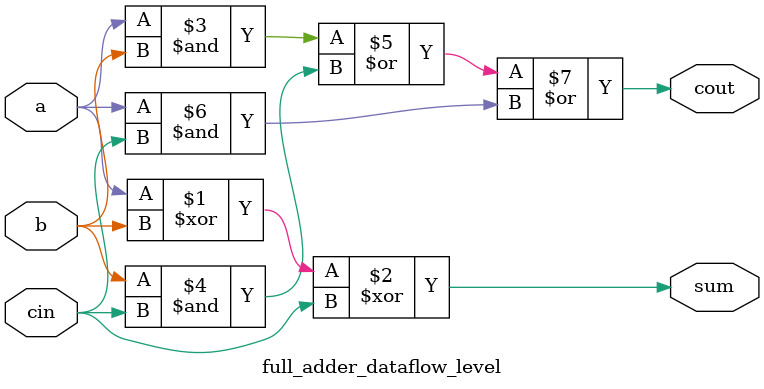
<source format=v>
module full_adder_dataflow_level(input a, b, cin, output sum, cout);
    assign sum = a ^ b ^ cin;
    assign cout = (a & b) | (b & cin) | (a & cin);
endmodule

</source>
